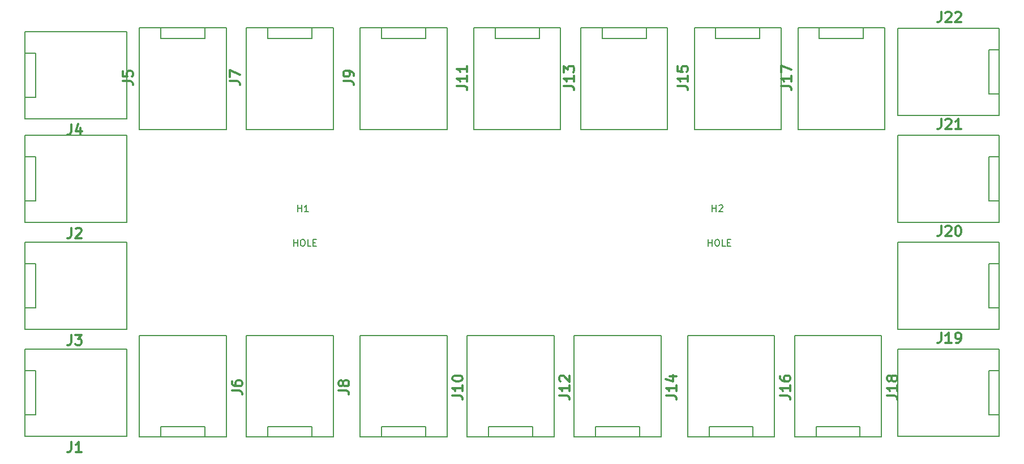
<source format=gto>
G04 (created by PCBNEW (2013-08-24 BZR 4298)-stable) date Sat 01 Feb 2014 01:44:32 PM PST*
%MOIN*%
G04 Gerber Fmt 3.4, Leading zero omitted, Abs format*
%FSLAX34Y34*%
G01*
G70*
G90*
G04 APERTURE LIST*
%ADD10C,0.005906*%
%ADD11C,0.005000*%
%ADD12C,0.007900*%
%ADD13C,0.012000*%
G04 APERTURE END LIST*
G54D10*
G54D11*
X23385Y-44212D02*
X23996Y-44212D01*
X23996Y-44212D02*
X23996Y-41614D01*
X23996Y-41614D02*
X23395Y-41614D01*
G54D12*
X29369Y-45473D02*
X23385Y-45473D01*
X23385Y-45473D02*
X23385Y-40353D01*
X23385Y-40353D02*
X29369Y-40353D01*
X29369Y-40353D02*
X29369Y-45473D01*
G54D11*
X23385Y-31811D02*
X23996Y-31811D01*
X23996Y-31811D02*
X23996Y-29212D01*
X23996Y-29212D02*
X23395Y-29212D01*
G54D12*
X29369Y-33071D02*
X23385Y-33071D01*
X23385Y-33071D02*
X23385Y-27951D01*
X23385Y-27951D02*
X29369Y-27951D01*
X29369Y-27951D02*
X29369Y-33071D01*
G54D11*
X31377Y-27716D02*
X31377Y-28326D01*
X31377Y-28326D02*
X33976Y-28326D01*
X33976Y-28326D02*
X33976Y-27726D01*
G54D12*
X30117Y-33700D02*
X30117Y-27716D01*
X30117Y-27716D02*
X35237Y-27716D01*
X35237Y-27716D02*
X35237Y-33700D01*
X35237Y-33700D02*
X30117Y-33700D01*
G54D11*
X23385Y-37913D02*
X23996Y-37913D01*
X23996Y-37913D02*
X23996Y-35314D01*
X23996Y-35314D02*
X23395Y-35314D01*
G54D12*
X29369Y-39174D02*
X23385Y-39174D01*
X23385Y-39174D02*
X23385Y-34054D01*
X23385Y-34054D02*
X29369Y-34054D01*
X29369Y-34054D02*
X29369Y-39174D01*
G54D11*
X23385Y-50511D02*
X23996Y-50511D01*
X23996Y-50511D02*
X23996Y-47913D01*
X23996Y-47913D02*
X23395Y-47913D01*
G54D12*
X29369Y-51772D02*
X23385Y-51772D01*
X23385Y-51772D02*
X23385Y-46652D01*
X23385Y-46652D02*
X29369Y-46652D01*
X29369Y-46652D02*
X29369Y-51772D01*
G54D11*
X66259Y-51811D02*
X66259Y-51200D01*
X66259Y-51200D02*
X63661Y-51200D01*
X63661Y-51200D02*
X63661Y-51801D01*
G54D12*
X67520Y-45826D02*
X67520Y-51810D01*
X67520Y-51810D02*
X62400Y-51810D01*
X62400Y-51810D02*
X62400Y-45826D01*
X62400Y-45826D02*
X67520Y-45826D01*
G54D11*
X80748Y-47913D02*
X80137Y-47913D01*
X80137Y-47913D02*
X80137Y-50511D01*
X80137Y-50511D02*
X80738Y-50511D01*
G54D12*
X74763Y-46652D02*
X80747Y-46652D01*
X80747Y-46652D02*
X80747Y-51772D01*
X80747Y-51772D02*
X74763Y-51772D01*
X74763Y-51772D02*
X74763Y-46652D01*
G54D11*
X80748Y-41614D02*
X80137Y-41614D01*
X80137Y-41614D02*
X80137Y-44212D01*
X80137Y-44212D02*
X80738Y-44212D01*
G54D12*
X74763Y-40353D02*
X80747Y-40353D01*
X80747Y-40353D02*
X80747Y-45473D01*
X80747Y-45473D02*
X74763Y-45473D01*
X74763Y-45473D02*
X74763Y-40353D01*
G54D11*
X37677Y-27716D02*
X37677Y-28326D01*
X37677Y-28326D02*
X40275Y-28326D01*
X40275Y-28326D02*
X40275Y-27726D01*
G54D12*
X36416Y-33700D02*
X36416Y-27716D01*
X36416Y-27716D02*
X41536Y-27716D01*
X41536Y-27716D02*
X41536Y-33700D01*
X41536Y-33700D02*
X36416Y-33700D01*
G54D11*
X80748Y-35314D02*
X80137Y-35314D01*
X80137Y-35314D02*
X80137Y-37913D01*
X80137Y-37913D02*
X80738Y-37913D01*
G54D12*
X74763Y-34054D02*
X80747Y-34054D01*
X80747Y-34054D02*
X80747Y-39174D01*
X80747Y-39174D02*
X74763Y-39174D01*
X74763Y-39174D02*
X74763Y-34054D01*
G54D11*
X80748Y-29015D02*
X80137Y-29015D01*
X80137Y-29015D02*
X80137Y-31614D01*
X80137Y-31614D02*
X80738Y-31614D01*
G54D12*
X74763Y-27754D02*
X80747Y-27754D01*
X80747Y-27754D02*
X80747Y-32874D01*
X80747Y-32874D02*
X74763Y-32874D01*
X74763Y-32874D02*
X74763Y-27754D01*
G54D11*
X33976Y-51811D02*
X33976Y-51200D01*
X33976Y-51200D02*
X31377Y-51200D01*
X31377Y-51200D02*
X31377Y-51801D01*
G54D12*
X35237Y-45826D02*
X35237Y-51810D01*
X35237Y-51810D02*
X30117Y-51810D01*
X30117Y-51810D02*
X30117Y-45826D01*
X30117Y-45826D02*
X35237Y-45826D01*
G54D11*
X40275Y-51811D02*
X40275Y-51200D01*
X40275Y-51200D02*
X37677Y-51200D01*
X37677Y-51200D02*
X37677Y-51801D01*
G54D12*
X41536Y-45826D02*
X41536Y-51810D01*
X41536Y-51810D02*
X36416Y-51810D01*
X36416Y-51810D02*
X36416Y-45826D01*
X36416Y-45826D02*
X41536Y-45826D01*
G54D11*
X72559Y-51811D02*
X72559Y-51200D01*
X72559Y-51200D02*
X69960Y-51200D01*
X69960Y-51200D02*
X69960Y-51801D01*
G54D12*
X73819Y-45826D02*
X73819Y-51810D01*
X73819Y-51810D02*
X68699Y-51810D01*
X68699Y-51810D02*
X68699Y-45826D01*
X68699Y-45826D02*
X73819Y-45826D01*
G54D11*
X57362Y-27716D02*
X57362Y-28326D01*
X57362Y-28326D02*
X59960Y-28326D01*
X59960Y-28326D02*
X59960Y-27726D01*
G54D12*
X56101Y-33700D02*
X56101Y-27716D01*
X56101Y-27716D02*
X61221Y-27716D01*
X61221Y-27716D02*
X61221Y-33700D01*
X61221Y-33700D02*
X56101Y-33700D01*
G54D11*
X59566Y-51811D02*
X59566Y-51200D01*
X59566Y-51200D02*
X56968Y-51200D01*
X56968Y-51200D02*
X56968Y-51801D01*
G54D12*
X60827Y-45826D02*
X60827Y-51810D01*
X60827Y-51810D02*
X55707Y-51810D01*
X55707Y-51810D02*
X55707Y-45826D01*
X55707Y-45826D02*
X60827Y-45826D01*
G54D11*
X53267Y-51811D02*
X53267Y-51200D01*
X53267Y-51200D02*
X50669Y-51200D01*
X50669Y-51200D02*
X50669Y-51801D01*
G54D12*
X54528Y-45826D02*
X54528Y-51810D01*
X54528Y-51810D02*
X49408Y-51810D01*
X49408Y-51810D02*
X49408Y-45826D01*
X49408Y-45826D02*
X54528Y-45826D01*
G54D11*
X51062Y-27716D02*
X51062Y-28326D01*
X51062Y-28326D02*
X53661Y-28326D01*
X53661Y-28326D02*
X53661Y-27726D01*
G54D12*
X49802Y-33700D02*
X49802Y-27716D01*
X49802Y-27716D02*
X54922Y-27716D01*
X54922Y-27716D02*
X54922Y-33700D01*
X54922Y-33700D02*
X49802Y-33700D01*
G54D11*
X46968Y-51811D02*
X46968Y-51200D01*
X46968Y-51200D02*
X44370Y-51200D01*
X44370Y-51200D02*
X44370Y-51801D01*
G54D12*
X48229Y-45826D02*
X48229Y-51810D01*
X48229Y-51810D02*
X43109Y-51810D01*
X43109Y-51810D02*
X43109Y-45826D01*
X43109Y-45826D02*
X48229Y-45826D01*
G54D11*
X44370Y-27716D02*
X44370Y-28326D01*
X44370Y-28326D02*
X46968Y-28326D01*
X46968Y-28326D02*
X46968Y-27726D01*
G54D12*
X43109Y-33700D02*
X43109Y-27716D01*
X43109Y-27716D02*
X48229Y-27716D01*
X48229Y-27716D02*
X48229Y-33700D01*
X48229Y-33700D02*
X43109Y-33700D01*
G54D11*
X70157Y-27716D02*
X70157Y-28326D01*
X70157Y-28326D02*
X72755Y-28326D01*
X72755Y-28326D02*
X72755Y-27726D01*
G54D12*
X68896Y-33700D02*
X68896Y-27716D01*
X68896Y-27716D02*
X74016Y-27716D01*
X74016Y-27716D02*
X74016Y-33700D01*
X74016Y-33700D02*
X68896Y-33700D01*
G54D11*
X64055Y-27716D02*
X64055Y-28326D01*
X64055Y-28326D02*
X66653Y-28326D01*
X66653Y-28326D02*
X66653Y-27726D01*
G54D12*
X62794Y-33700D02*
X62794Y-27716D01*
X62794Y-27716D02*
X67914Y-27716D01*
X67914Y-27716D02*
X67914Y-33700D01*
X67914Y-33700D02*
X62794Y-33700D01*
G54D13*
X26115Y-45796D02*
X26115Y-46225D01*
X26087Y-46311D01*
X26030Y-46368D01*
X25944Y-46396D01*
X25887Y-46396D01*
X26344Y-45796D02*
X26715Y-45796D01*
X26515Y-46025D01*
X26601Y-46025D01*
X26658Y-46053D01*
X26687Y-46082D01*
X26715Y-46139D01*
X26715Y-46282D01*
X26687Y-46339D01*
X26658Y-46368D01*
X26601Y-46396D01*
X26430Y-46396D01*
X26373Y-46368D01*
X26344Y-46339D01*
G54D10*
X39444Y-38544D02*
X39444Y-38150D01*
X39444Y-38338D02*
X39669Y-38338D01*
X39669Y-38544D02*
X39669Y-38150D01*
X40062Y-38544D02*
X39837Y-38544D01*
X39950Y-38544D02*
X39950Y-38150D01*
X39912Y-38206D01*
X39875Y-38244D01*
X39837Y-38263D01*
X39206Y-40571D02*
X39206Y-40178D01*
X39206Y-40365D02*
X39431Y-40365D01*
X39431Y-40571D02*
X39431Y-40178D01*
X39693Y-40178D02*
X39768Y-40178D01*
X39805Y-40196D01*
X39843Y-40234D01*
X39862Y-40309D01*
X39862Y-40440D01*
X39843Y-40515D01*
X39805Y-40553D01*
X39768Y-40571D01*
X39693Y-40571D01*
X39655Y-40553D01*
X39618Y-40515D01*
X39599Y-40440D01*
X39599Y-40309D01*
X39618Y-40234D01*
X39655Y-40196D01*
X39693Y-40178D01*
X40218Y-40571D02*
X40030Y-40571D01*
X40030Y-40178D01*
X40349Y-40365D02*
X40480Y-40365D01*
X40537Y-40571D02*
X40349Y-40571D01*
X40349Y-40178D01*
X40537Y-40178D01*
X63853Y-38544D02*
X63853Y-38150D01*
X63853Y-38338D02*
X64078Y-38338D01*
X64078Y-38544D02*
X64078Y-38150D01*
X64247Y-38188D02*
X64266Y-38169D01*
X64303Y-38150D01*
X64397Y-38150D01*
X64434Y-38169D01*
X64453Y-38188D01*
X64472Y-38225D01*
X64472Y-38263D01*
X64453Y-38319D01*
X64228Y-38544D01*
X64472Y-38544D01*
X63615Y-40571D02*
X63615Y-40178D01*
X63615Y-40365D02*
X63840Y-40365D01*
X63840Y-40571D02*
X63840Y-40178D01*
X64102Y-40178D02*
X64177Y-40178D01*
X64215Y-40196D01*
X64252Y-40234D01*
X64271Y-40309D01*
X64271Y-40440D01*
X64252Y-40515D01*
X64215Y-40553D01*
X64177Y-40571D01*
X64102Y-40571D01*
X64065Y-40553D01*
X64027Y-40515D01*
X64009Y-40440D01*
X64009Y-40309D01*
X64027Y-40234D01*
X64065Y-40196D01*
X64102Y-40178D01*
X64627Y-40571D02*
X64440Y-40571D01*
X64440Y-40178D01*
X64759Y-40365D02*
X64890Y-40365D01*
X64946Y-40571D02*
X64759Y-40571D01*
X64759Y-40178D01*
X64946Y-40178D01*
G54D13*
X26115Y-33395D02*
X26115Y-33823D01*
X26087Y-33909D01*
X26030Y-33966D01*
X25944Y-33995D01*
X25887Y-33995D01*
X26658Y-33595D02*
X26658Y-33995D01*
X26515Y-33366D02*
X26373Y-33795D01*
X26744Y-33795D01*
X29136Y-30846D02*
X29565Y-30846D01*
X29650Y-30875D01*
X29708Y-30932D01*
X29736Y-31018D01*
X29736Y-31075D01*
X29136Y-30275D02*
X29136Y-30560D01*
X29422Y-30589D01*
X29393Y-30560D01*
X29365Y-30503D01*
X29365Y-30360D01*
X29393Y-30303D01*
X29422Y-30275D01*
X29479Y-30246D01*
X29622Y-30246D01*
X29679Y-30275D01*
X29708Y-30303D01*
X29736Y-30360D01*
X29736Y-30503D01*
X29708Y-30560D01*
X29679Y-30589D01*
X26115Y-39497D02*
X26115Y-39926D01*
X26087Y-40011D01*
X26030Y-40069D01*
X25944Y-40097D01*
X25887Y-40097D01*
X26373Y-39554D02*
X26401Y-39526D01*
X26458Y-39497D01*
X26601Y-39497D01*
X26658Y-39526D01*
X26687Y-39554D01*
X26715Y-39611D01*
X26715Y-39669D01*
X26687Y-39754D01*
X26344Y-40097D01*
X26715Y-40097D01*
X26115Y-52096D02*
X26115Y-52524D01*
X26087Y-52610D01*
X26030Y-52667D01*
X25944Y-52696D01*
X25887Y-52696D01*
X26715Y-52696D02*
X26373Y-52696D01*
X26544Y-52696D02*
X26544Y-52096D01*
X26487Y-52181D01*
X26430Y-52238D01*
X26373Y-52267D01*
X67844Y-49366D02*
X68272Y-49366D01*
X68358Y-49395D01*
X68415Y-49452D01*
X68444Y-49538D01*
X68444Y-49595D01*
X68444Y-48766D02*
X68444Y-49109D01*
X68444Y-48938D02*
X67844Y-48938D01*
X67929Y-48995D01*
X67986Y-49052D01*
X68015Y-49109D01*
X67844Y-48252D02*
X67844Y-48366D01*
X67872Y-48423D01*
X67901Y-48452D01*
X67986Y-48509D01*
X68101Y-48538D01*
X68329Y-48538D01*
X68386Y-48509D01*
X68415Y-48480D01*
X68444Y-48423D01*
X68444Y-48309D01*
X68415Y-48252D01*
X68386Y-48223D01*
X68329Y-48195D01*
X68186Y-48195D01*
X68129Y-48223D01*
X68101Y-48252D01*
X68072Y-48309D01*
X68072Y-48423D01*
X68101Y-48480D01*
X68129Y-48509D01*
X68186Y-48538D01*
X77332Y-45672D02*
X77332Y-46100D01*
X77303Y-46186D01*
X77246Y-46243D01*
X77160Y-46272D01*
X77103Y-46272D01*
X77932Y-46272D02*
X77589Y-46272D01*
X77760Y-46272D02*
X77760Y-45672D01*
X77703Y-45757D01*
X77646Y-45814D01*
X77589Y-45843D01*
X78217Y-46272D02*
X78332Y-46272D01*
X78389Y-46243D01*
X78417Y-46214D01*
X78475Y-46129D01*
X78503Y-46014D01*
X78503Y-45786D01*
X78475Y-45729D01*
X78446Y-45700D01*
X78389Y-45672D01*
X78275Y-45672D01*
X78217Y-45700D01*
X78189Y-45729D01*
X78160Y-45786D01*
X78160Y-45929D01*
X78189Y-45986D01*
X78217Y-46014D01*
X78275Y-46043D01*
X78389Y-46043D01*
X78446Y-46014D01*
X78475Y-45986D01*
X78503Y-45929D01*
X77332Y-39372D02*
X77332Y-39801D01*
X77303Y-39887D01*
X77246Y-39944D01*
X77160Y-39972D01*
X77103Y-39972D01*
X77589Y-39429D02*
X77617Y-39401D01*
X77675Y-39372D01*
X77817Y-39372D01*
X77875Y-39401D01*
X77903Y-39429D01*
X77932Y-39487D01*
X77932Y-39544D01*
X77903Y-39629D01*
X77560Y-39972D01*
X77932Y-39972D01*
X78303Y-39372D02*
X78360Y-39372D01*
X78417Y-39401D01*
X78446Y-39429D01*
X78475Y-39487D01*
X78503Y-39601D01*
X78503Y-39744D01*
X78475Y-39858D01*
X78446Y-39915D01*
X78417Y-39944D01*
X78360Y-39972D01*
X78303Y-39972D01*
X78246Y-39944D01*
X78217Y-39915D01*
X78189Y-39858D01*
X78160Y-39744D01*
X78160Y-39601D01*
X78189Y-39487D01*
X78217Y-39429D01*
X78246Y-39401D01*
X78303Y-39372D01*
X35435Y-30846D02*
X35864Y-30846D01*
X35950Y-30875D01*
X36007Y-30932D01*
X36035Y-31018D01*
X36035Y-31075D01*
X35435Y-30618D02*
X35435Y-30218D01*
X36035Y-30475D01*
X77332Y-33073D02*
X77332Y-33502D01*
X77303Y-33587D01*
X77246Y-33645D01*
X77160Y-33673D01*
X77103Y-33673D01*
X77589Y-33130D02*
X77617Y-33102D01*
X77675Y-33073D01*
X77817Y-33073D01*
X77875Y-33102D01*
X77903Y-33130D01*
X77932Y-33187D01*
X77932Y-33245D01*
X77903Y-33330D01*
X77560Y-33673D01*
X77932Y-33673D01*
X78503Y-33673D02*
X78160Y-33673D01*
X78332Y-33673D02*
X78332Y-33073D01*
X78275Y-33159D01*
X78217Y-33216D01*
X78160Y-33245D01*
X77332Y-26774D02*
X77332Y-27202D01*
X77303Y-27288D01*
X77246Y-27345D01*
X77160Y-27374D01*
X77103Y-27374D01*
X77589Y-26831D02*
X77617Y-26802D01*
X77675Y-26774D01*
X77817Y-26774D01*
X77875Y-26802D01*
X77903Y-26831D01*
X77932Y-26888D01*
X77932Y-26945D01*
X77903Y-27031D01*
X77560Y-27374D01*
X77932Y-27374D01*
X78160Y-26831D02*
X78189Y-26802D01*
X78246Y-26774D01*
X78389Y-26774D01*
X78446Y-26802D01*
X78475Y-26831D01*
X78503Y-26888D01*
X78503Y-26945D01*
X78475Y-27031D01*
X78132Y-27374D01*
X78503Y-27374D01*
X35560Y-49080D02*
X35989Y-49080D01*
X36074Y-49109D01*
X36132Y-49166D01*
X36160Y-49252D01*
X36160Y-49309D01*
X35560Y-48538D02*
X35560Y-48652D01*
X35589Y-48709D01*
X35617Y-48738D01*
X35703Y-48795D01*
X35817Y-48823D01*
X36046Y-48823D01*
X36103Y-48795D01*
X36132Y-48766D01*
X36160Y-48709D01*
X36160Y-48595D01*
X36132Y-48538D01*
X36103Y-48509D01*
X36046Y-48480D01*
X35903Y-48480D01*
X35846Y-48509D01*
X35817Y-48538D01*
X35789Y-48595D01*
X35789Y-48709D01*
X35817Y-48766D01*
X35846Y-48795D01*
X35903Y-48823D01*
X41859Y-49080D02*
X42288Y-49080D01*
X42374Y-49109D01*
X42431Y-49166D01*
X42459Y-49252D01*
X42459Y-49309D01*
X42116Y-48709D02*
X42088Y-48766D01*
X42059Y-48795D01*
X42002Y-48823D01*
X41974Y-48823D01*
X41916Y-48795D01*
X41888Y-48766D01*
X41859Y-48709D01*
X41859Y-48595D01*
X41888Y-48538D01*
X41916Y-48509D01*
X41974Y-48480D01*
X42002Y-48480D01*
X42059Y-48509D01*
X42088Y-48538D01*
X42116Y-48595D01*
X42116Y-48709D01*
X42145Y-48766D01*
X42174Y-48795D01*
X42231Y-48823D01*
X42345Y-48823D01*
X42402Y-48795D01*
X42431Y-48766D01*
X42459Y-48709D01*
X42459Y-48595D01*
X42431Y-48538D01*
X42402Y-48509D01*
X42345Y-48480D01*
X42231Y-48480D01*
X42174Y-48509D01*
X42145Y-48538D01*
X42116Y-48595D01*
X74143Y-49366D02*
X74571Y-49366D01*
X74657Y-49395D01*
X74714Y-49452D01*
X74743Y-49538D01*
X74743Y-49595D01*
X74743Y-48766D02*
X74743Y-49109D01*
X74743Y-48938D02*
X74143Y-48938D01*
X74228Y-48995D01*
X74286Y-49052D01*
X74314Y-49109D01*
X74400Y-48423D02*
X74371Y-48480D01*
X74343Y-48509D01*
X74286Y-48538D01*
X74257Y-48538D01*
X74200Y-48509D01*
X74171Y-48480D01*
X74143Y-48423D01*
X74143Y-48309D01*
X74171Y-48252D01*
X74200Y-48223D01*
X74257Y-48195D01*
X74286Y-48195D01*
X74343Y-48223D01*
X74371Y-48252D01*
X74400Y-48309D01*
X74400Y-48423D01*
X74428Y-48480D01*
X74457Y-48509D01*
X74514Y-48538D01*
X74628Y-48538D01*
X74686Y-48509D01*
X74714Y-48480D01*
X74743Y-48423D01*
X74743Y-48309D01*
X74714Y-48252D01*
X74686Y-48223D01*
X74628Y-48195D01*
X74514Y-48195D01*
X74457Y-48223D01*
X74428Y-48252D01*
X74400Y-48309D01*
X55120Y-31132D02*
X55549Y-31132D01*
X55635Y-31160D01*
X55692Y-31218D01*
X55720Y-31303D01*
X55720Y-31360D01*
X55720Y-30532D02*
X55720Y-30875D01*
X55720Y-30703D02*
X55120Y-30703D01*
X55206Y-30760D01*
X55263Y-30818D01*
X55292Y-30875D01*
X55120Y-30332D02*
X55120Y-29960D01*
X55349Y-30160D01*
X55349Y-30075D01*
X55377Y-30018D01*
X55406Y-29989D01*
X55463Y-29960D01*
X55606Y-29960D01*
X55663Y-29989D01*
X55692Y-30018D01*
X55720Y-30075D01*
X55720Y-30246D01*
X55692Y-30303D01*
X55663Y-30332D01*
X61151Y-49366D02*
X61579Y-49366D01*
X61665Y-49395D01*
X61722Y-49452D01*
X61751Y-49538D01*
X61751Y-49595D01*
X61751Y-48766D02*
X61751Y-49109D01*
X61751Y-48938D02*
X61151Y-48938D01*
X61236Y-48995D01*
X61294Y-49052D01*
X61322Y-49109D01*
X61351Y-48252D02*
X61751Y-48252D01*
X61122Y-48395D02*
X61551Y-48538D01*
X61551Y-48166D01*
X54851Y-49366D02*
X55280Y-49366D01*
X55366Y-49395D01*
X55423Y-49452D01*
X55451Y-49538D01*
X55451Y-49595D01*
X55451Y-48766D02*
X55451Y-49109D01*
X55451Y-48938D02*
X54851Y-48938D01*
X54937Y-48995D01*
X54994Y-49052D01*
X55023Y-49109D01*
X54909Y-48538D02*
X54880Y-48509D01*
X54851Y-48452D01*
X54851Y-48309D01*
X54880Y-48252D01*
X54909Y-48223D01*
X54966Y-48195D01*
X55023Y-48195D01*
X55109Y-48223D01*
X55451Y-48566D01*
X55451Y-48195D01*
X48821Y-31132D02*
X49250Y-31132D01*
X49335Y-31160D01*
X49393Y-31218D01*
X49421Y-31303D01*
X49421Y-31360D01*
X49421Y-30532D02*
X49421Y-30875D01*
X49421Y-30703D02*
X48821Y-30703D01*
X48907Y-30760D01*
X48964Y-30818D01*
X48993Y-30875D01*
X49421Y-29960D02*
X49421Y-30303D01*
X49421Y-30132D02*
X48821Y-30132D01*
X48907Y-30189D01*
X48964Y-30246D01*
X48993Y-30303D01*
X48552Y-49366D02*
X48981Y-49366D01*
X49067Y-49395D01*
X49124Y-49452D01*
X49152Y-49538D01*
X49152Y-49595D01*
X49152Y-48766D02*
X49152Y-49109D01*
X49152Y-48938D02*
X48552Y-48938D01*
X48638Y-48995D01*
X48695Y-49052D01*
X48724Y-49109D01*
X48552Y-48395D02*
X48552Y-48338D01*
X48581Y-48280D01*
X48609Y-48252D01*
X48667Y-48223D01*
X48781Y-48195D01*
X48924Y-48195D01*
X49038Y-48223D01*
X49095Y-48252D01*
X49124Y-48280D01*
X49152Y-48338D01*
X49152Y-48395D01*
X49124Y-48452D01*
X49095Y-48480D01*
X49038Y-48509D01*
X48924Y-48538D01*
X48781Y-48538D01*
X48667Y-48509D01*
X48609Y-48480D01*
X48581Y-48452D01*
X48552Y-48395D01*
X42128Y-30846D02*
X42557Y-30846D01*
X42643Y-30875D01*
X42700Y-30932D01*
X42728Y-31018D01*
X42728Y-31075D01*
X42728Y-30532D02*
X42728Y-30418D01*
X42700Y-30360D01*
X42671Y-30332D01*
X42585Y-30275D01*
X42471Y-30246D01*
X42243Y-30246D01*
X42185Y-30275D01*
X42157Y-30303D01*
X42128Y-30360D01*
X42128Y-30475D01*
X42157Y-30532D01*
X42185Y-30560D01*
X42243Y-30589D01*
X42385Y-30589D01*
X42443Y-30560D01*
X42471Y-30532D01*
X42500Y-30475D01*
X42500Y-30360D01*
X42471Y-30303D01*
X42443Y-30275D01*
X42385Y-30246D01*
X67916Y-31132D02*
X68344Y-31132D01*
X68430Y-31160D01*
X68487Y-31218D01*
X68516Y-31303D01*
X68516Y-31360D01*
X68516Y-30532D02*
X68516Y-30875D01*
X68516Y-30703D02*
X67916Y-30703D01*
X68001Y-30760D01*
X68058Y-30818D01*
X68087Y-30875D01*
X67916Y-30332D02*
X67916Y-29932D01*
X68516Y-30189D01*
X61813Y-31132D02*
X62242Y-31132D01*
X62328Y-31160D01*
X62385Y-31218D01*
X62413Y-31303D01*
X62413Y-31360D01*
X62413Y-30532D02*
X62413Y-30875D01*
X62413Y-30703D02*
X61813Y-30703D01*
X61899Y-30760D01*
X61956Y-30818D01*
X61985Y-30875D01*
X61813Y-29989D02*
X61813Y-30275D01*
X62099Y-30303D01*
X62070Y-30275D01*
X62042Y-30218D01*
X62042Y-30075D01*
X62070Y-30018D01*
X62099Y-29989D01*
X62156Y-29960D01*
X62299Y-29960D01*
X62356Y-29989D01*
X62385Y-30018D01*
X62413Y-30075D01*
X62413Y-30218D01*
X62385Y-30275D01*
X62356Y-30303D01*
M02*

</source>
